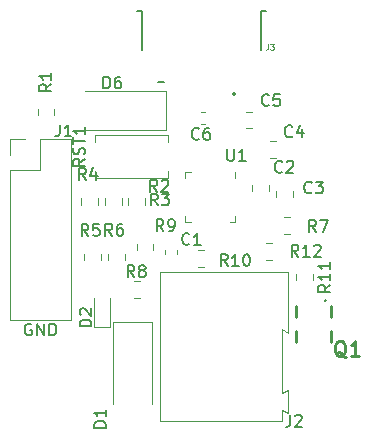
<source format=gbr>
G04 #@! TF.GenerationSoftware,KiCad,Pcbnew,(5.1.0)-1*
G04 #@! TF.CreationDate,2019-11-16T16:41:27+01:00*
G04 #@! TF.ProjectId,USBC_PowerDelivery,55534243-5f50-46f7-9765-7244656c6976,rev?*
G04 #@! TF.SameCoordinates,Original*
G04 #@! TF.FileFunction,Legend,Top*
G04 #@! TF.FilePolarity,Positive*
%FSLAX46Y46*%
G04 Gerber Fmt 4.6, Leading zero omitted, Abs format (unit mm)*
G04 Created by KiCad (PCBNEW (5.1.0)-1) date 2019-11-16 16:41:27*
%MOMM*%
%LPD*%
G04 APERTURE LIST*
%ADD10C,0.150000*%
%ADD11C,0.120000*%
%ADD12C,0.200000*%
%ADD13C,0.127000*%
%ADD14C,0.254000*%
%ADD15C,0.050000*%
G04 APERTURE END LIST*
D10*
X110848095Y-134780000D02*
X110752857Y-134732380D01*
X110610000Y-134732380D01*
X110467142Y-134780000D01*
X110371904Y-134875238D01*
X110324285Y-134970476D01*
X110276666Y-135160952D01*
X110276666Y-135303809D01*
X110324285Y-135494285D01*
X110371904Y-135589523D01*
X110467142Y-135684761D01*
X110610000Y-135732380D01*
X110705238Y-135732380D01*
X110848095Y-135684761D01*
X110895714Y-135637142D01*
X110895714Y-135303809D01*
X110705238Y-135303809D01*
X111324285Y-135732380D02*
X111324285Y-134732380D01*
X111895714Y-135732380D01*
X111895714Y-134732380D01*
X112371904Y-135732380D02*
X112371904Y-134732380D01*
X112610000Y-134732380D01*
X112752857Y-134780000D01*
X112848095Y-134875238D01*
X112895714Y-134970476D01*
X112943333Y-135160952D01*
X112943333Y-135303809D01*
X112895714Y-135494285D01*
X112848095Y-135589523D01*
X112752857Y-135684761D01*
X112610000Y-135732380D01*
X112371904Y-135732380D01*
D11*
X123200000Y-128812779D02*
X123200000Y-128487221D01*
X122180000Y-128812779D02*
X122180000Y-128487221D01*
D12*
X128100000Y-115295000D02*
G75*
G03X128100000Y-115295000I-100000J0D01*
G01*
D13*
X122050000Y-114295000D02*
X121550000Y-114295000D01*
X120200000Y-111600000D02*
X120200000Y-108250000D01*
X120200000Y-108250000D02*
X119800000Y-108250000D01*
X130300000Y-111600000D02*
X130300000Y-108250000D01*
X130300000Y-108250000D02*
X130700000Y-108250000D01*
D11*
X128110000Y-122365000D02*
X128110000Y-121890000D01*
X123890000Y-126110000D02*
X124365000Y-126110000D01*
X123890000Y-125635000D02*
X123890000Y-126110000D01*
X123890000Y-121890000D02*
X124365000Y-121890000D01*
X123890000Y-122365000D02*
X123890000Y-121890000D01*
X128110000Y-126110000D02*
X127635000Y-126110000D01*
X128110000Y-125635000D02*
X128110000Y-126110000D01*
X116260000Y-122440000D02*
X122460000Y-122440000D01*
X122460000Y-118740000D02*
X116260000Y-118740000D01*
X116260000Y-118740000D02*
X116260000Y-119390000D01*
X116260000Y-121790000D02*
X116260000Y-122440000D01*
X122460000Y-122440000D02*
X122460000Y-121790000D01*
X122460000Y-118740000D02*
X122460000Y-119390000D01*
X131258578Y-127890000D02*
X130741422Y-127890000D01*
X131258578Y-129310000D02*
X130741422Y-129310000D01*
X133290000Y-130553922D02*
X133290000Y-131071078D01*
X134710000Y-130553922D02*
X134710000Y-131071078D01*
X125458578Y-128490000D02*
X124941422Y-128490000D01*
X125458578Y-129910000D02*
X124941422Y-129910000D01*
X119770000Y-127971422D02*
X119770000Y-128488578D01*
X121190000Y-127971422D02*
X121190000Y-128488578D01*
X120088578Y-131130000D02*
X119571422Y-131130000D01*
X120088578Y-132550000D02*
X119571422Y-132550000D01*
X132721078Y-125690000D02*
X132203922Y-125690000D01*
X132721078Y-127110000D02*
X132203922Y-127110000D01*
X117320000Y-128861422D02*
X117320000Y-129378578D01*
X118740000Y-128861422D02*
X118740000Y-129378578D01*
X116750000Y-129378578D02*
X116750000Y-128861422D01*
X115330000Y-129378578D02*
X115330000Y-128861422D01*
X116490000Y-124648578D02*
X116490000Y-124131422D01*
X115070000Y-124648578D02*
X115070000Y-124131422D01*
X119060000Y-124131422D02*
X119060000Y-124648578D01*
X120480000Y-124131422D02*
X120480000Y-124648578D01*
X117070000Y-124131422D02*
X117070000Y-124648578D01*
X118490000Y-124131422D02*
X118490000Y-124648578D01*
X112790000Y-117038578D02*
X112790000Y-116521422D01*
X111370000Y-117038578D02*
X111370000Y-116521422D01*
D14*
X136250000Y-136250000D02*
X136250000Y-135350000D01*
X136250000Y-133250000D02*
X136250000Y-134150000D01*
X133250000Y-133250000D02*
X133250000Y-134150000D01*
X133250000Y-136250000D02*
X133250000Y-135350000D01*
X135753000Y-132783000D02*
G75*
G03X135753000Y-132783000I-27000J0D01*
G01*
D11*
X132600000Y-130400000D02*
X121750000Y-130400000D01*
X132600000Y-135500000D02*
X132600000Y-130400000D01*
X132100000Y-135200000D02*
X132600000Y-135500000D01*
X132100000Y-140600000D02*
X132100000Y-135200000D01*
X132600000Y-140350000D02*
X132100000Y-140600000D01*
X132600000Y-140400000D02*
X132600000Y-140350000D01*
X132600000Y-142300000D02*
X132600000Y-140400000D01*
X132100000Y-142050000D02*
X132600000Y-142300000D01*
X132100000Y-143000000D02*
X132100000Y-142050000D01*
X121750000Y-143000000D02*
X132100000Y-143000000D01*
X121750000Y-130400000D02*
X121750000Y-143000000D01*
X109000000Y-119100000D02*
X110330000Y-119100000D01*
X109000000Y-120430000D02*
X109000000Y-119100000D01*
X111600000Y-119100000D02*
X114200000Y-119100000D01*
X111600000Y-121700000D02*
X111600000Y-119100000D01*
X109000000Y-121700000D02*
X111600000Y-121700000D01*
X114200000Y-119100000D02*
X114200000Y-134460000D01*
X109000000Y-121700000D02*
X109000000Y-134460000D01*
X109000000Y-134460000D02*
X114200000Y-134460000D01*
X122290000Y-118310000D02*
X115390000Y-118310000D01*
X122290000Y-115010000D02*
X115390000Y-115010000D01*
X122290000Y-118310000D02*
X122290000Y-115010000D01*
X117545000Y-135005000D02*
X117545000Y-132520000D01*
X116175000Y-135005000D02*
X117545000Y-135005000D01*
X116175000Y-132520000D02*
X116175000Y-135005000D01*
X121050000Y-134600000D02*
X121050000Y-141500000D01*
X117750000Y-134600000D02*
X117750000Y-141500000D01*
X121050000Y-134600000D02*
X117750000Y-134600000D01*
X125562779Y-116790000D02*
X125237221Y-116790000D01*
X125562779Y-117810000D02*
X125237221Y-117810000D01*
X129041422Y-118210000D02*
X129558578Y-118210000D01*
X129041422Y-116790000D02*
X129558578Y-116790000D01*
X131041422Y-120710000D02*
X131558578Y-120710000D01*
X131041422Y-119290000D02*
X131558578Y-119290000D01*
X129540000Y-122991422D02*
X129540000Y-123508578D01*
X130960000Y-122991422D02*
X130960000Y-123508578D01*
X132960000Y-124008578D02*
X132960000Y-123491422D01*
X131540000Y-124008578D02*
X131540000Y-123491422D01*
D10*
X124233333Y-127977142D02*
X124185714Y-128024761D01*
X124042857Y-128072380D01*
X123947619Y-128072380D01*
X123804761Y-128024761D01*
X123709523Y-127929523D01*
X123661904Y-127834285D01*
X123614285Y-127643809D01*
X123614285Y-127500952D01*
X123661904Y-127310476D01*
X123709523Y-127215238D01*
X123804761Y-127120000D01*
X123947619Y-127072380D01*
X124042857Y-127072380D01*
X124185714Y-127120000D01*
X124233333Y-127167619D01*
X125185714Y-128072380D02*
X124614285Y-128072380D01*
X124900000Y-128072380D02*
X124900000Y-127072380D01*
X124804761Y-127215238D01*
X124709523Y-127310476D01*
X124614285Y-127358095D01*
D15*
X130889218Y-111060858D02*
X130889218Y-111405390D01*
X130866249Y-111474297D01*
X130820311Y-111520234D01*
X130751405Y-111543203D01*
X130705467Y-111543203D01*
X131072968Y-111060858D02*
X131371563Y-111060858D01*
X131210781Y-111244609D01*
X131279688Y-111244609D01*
X131325625Y-111267577D01*
X131348594Y-111290546D01*
X131371563Y-111336484D01*
X131371563Y-111451328D01*
X131348594Y-111497266D01*
X131325625Y-111520234D01*
X131279688Y-111543203D01*
X131141875Y-111543203D01*
X131095937Y-111520234D01*
X131072968Y-111497266D01*
D10*
X127438095Y-119952380D02*
X127438095Y-120761904D01*
X127485714Y-120857142D01*
X127533333Y-120904761D01*
X127628571Y-120952380D01*
X127819047Y-120952380D01*
X127914285Y-120904761D01*
X127961904Y-120857142D01*
X128009523Y-120761904D01*
X128009523Y-119952380D01*
X129009523Y-120952380D02*
X128438095Y-120952380D01*
X128723809Y-120952380D02*
X128723809Y-119952380D01*
X128628571Y-120095238D01*
X128533333Y-120190476D01*
X128438095Y-120238095D01*
X115392380Y-120773809D02*
X114916190Y-121107142D01*
X115392380Y-121345238D02*
X114392380Y-121345238D01*
X114392380Y-120964285D01*
X114440000Y-120869047D01*
X114487619Y-120821428D01*
X114582857Y-120773809D01*
X114725714Y-120773809D01*
X114820952Y-120821428D01*
X114868571Y-120869047D01*
X114916190Y-120964285D01*
X114916190Y-121345238D01*
X115344761Y-120392857D02*
X115392380Y-120250000D01*
X115392380Y-120011904D01*
X115344761Y-119916666D01*
X115297142Y-119869047D01*
X115201904Y-119821428D01*
X115106666Y-119821428D01*
X115011428Y-119869047D01*
X114963809Y-119916666D01*
X114916190Y-120011904D01*
X114868571Y-120202380D01*
X114820952Y-120297619D01*
X114773333Y-120345238D01*
X114678095Y-120392857D01*
X114582857Y-120392857D01*
X114487619Y-120345238D01*
X114440000Y-120297619D01*
X114392380Y-120202380D01*
X114392380Y-119964285D01*
X114440000Y-119821428D01*
X114392380Y-119535714D02*
X114392380Y-118964285D01*
X115392380Y-119250000D02*
X114392380Y-119250000D01*
X115392380Y-118107142D02*
X115392380Y-118678571D01*
X115392380Y-118392857D02*
X114392380Y-118392857D01*
X114535238Y-118488095D01*
X114630476Y-118583333D01*
X114678095Y-118678571D01*
X133457142Y-129052380D02*
X133123809Y-128576190D01*
X132885714Y-129052380D02*
X132885714Y-128052380D01*
X133266666Y-128052380D01*
X133361904Y-128100000D01*
X133409523Y-128147619D01*
X133457142Y-128242857D01*
X133457142Y-128385714D01*
X133409523Y-128480952D01*
X133361904Y-128528571D01*
X133266666Y-128576190D01*
X132885714Y-128576190D01*
X134409523Y-129052380D02*
X133838095Y-129052380D01*
X134123809Y-129052380D02*
X134123809Y-128052380D01*
X134028571Y-128195238D01*
X133933333Y-128290476D01*
X133838095Y-128338095D01*
X134790476Y-128147619D02*
X134838095Y-128100000D01*
X134933333Y-128052380D01*
X135171428Y-128052380D01*
X135266666Y-128100000D01*
X135314285Y-128147619D01*
X135361904Y-128242857D01*
X135361904Y-128338095D01*
X135314285Y-128480952D01*
X134742857Y-129052380D01*
X135361904Y-129052380D01*
X136152380Y-131442857D02*
X135676190Y-131776190D01*
X136152380Y-132014285D02*
X135152380Y-132014285D01*
X135152380Y-131633333D01*
X135200000Y-131538095D01*
X135247619Y-131490476D01*
X135342857Y-131442857D01*
X135485714Y-131442857D01*
X135580952Y-131490476D01*
X135628571Y-131538095D01*
X135676190Y-131633333D01*
X135676190Y-132014285D01*
X136152380Y-130490476D02*
X136152380Y-131061904D01*
X136152380Y-130776190D02*
X135152380Y-130776190D01*
X135295238Y-130871428D01*
X135390476Y-130966666D01*
X135438095Y-131061904D01*
X136152380Y-129538095D02*
X136152380Y-130109523D01*
X136152380Y-129823809D02*
X135152380Y-129823809D01*
X135295238Y-129919047D01*
X135390476Y-130014285D01*
X135438095Y-130109523D01*
X127457142Y-129852380D02*
X127123809Y-129376190D01*
X126885714Y-129852380D02*
X126885714Y-128852380D01*
X127266666Y-128852380D01*
X127361904Y-128900000D01*
X127409523Y-128947619D01*
X127457142Y-129042857D01*
X127457142Y-129185714D01*
X127409523Y-129280952D01*
X127361904Y-129328571D01*
X127266666Y-129376190D01*
X126885714Y-129376190D01*
X128409523Y-129852380D02*
X127838095Y-129852380D01*
X128123809Y-129852380D02*
X128123809Y-128852380D01*
X128028571Y-128995238D01*
X127933333Y-129090476D01*
X127838095Y-129138095D01*
X129028571Y-128852380D02*
X129123809Y-128852380D01*
X129219047Y-128900000D01*
X129266666Y-128947619D01*
X129314285Y-129042857D01*
X129361904Y-129233333D01*
X129361904Y-129471428D01*
X129314285Y-129661904D01*
X129266666Y-129757142D01*
X129219047Y-129804761D01*
X129123809Y-129852380D01*
X129028571Y-129852380D01*
X128933333Y-129804761D01*
X128885714Y-129757142D01*
X128838095Y-129661904D01*
X128790476Y-129471428D01*
X128790476Y-129233333D01*
X128838095Y-129042857D01*
X128885714Y-128947619D01*
X128933333Y-128900000D01*
X129028571Y-128852380D01*
X122033333Y-126902380D02*
X121700000Y-126426190D01*
X121461904Y-126902380D02*
X121461904Y-125902380D01*
X121842857Y-125902380D01*
X121938095Y-125950000D01*
X121985714Y-125997619D01*
X122033333Y-126092857D01*
X122033333Y-126235714D01*
X121985714Y-126330952D01*
X121938095Y-126378571D01*
X121842857Y-126426190D01*
X121461904Y-126426190D01*
X122509523Y-126902380D02*
X122700000Y-126902380D01*
X122795238Y-126854761D01*
X122842857Y-126807142D01*
X122938095Y-126664285D01*
X122985714Y-126473809D01*
X122985714Y-126092857D01*
X122938095Y-125997619D01*
X122890476Y-125950000D01*
X122795238Y-125902380D01*
X122604761Y-125902380D01*
X122509523Y-125950000D01*
X122461904Y-125997619D01*
X122414285Y-126092857D01*
X122414285Y-126330952D01*
X122461904Y-126426190D01*
X122509523Y-126473809D01*
X122604761Y-126521428D01*
X122795238Y-126521428D01*
X122890476Y-126473809D01*
X122938095Y-126426190D01*
X122985714Y-126330952D01*
X119563333Y-130792380D02*
X119230000Y-130316190D01*
X118991904Y-130792380D02*
X118991904Y-129792380D01*
X119372857Y-129792380D01*
X119468095Y-129840000D01*
X119515714Y-129887619D01*
X119563333Y-129982857D01*
X119563333Y-130125714D01*
X119515714Y-130220952D01*
X119468095Y-130268571D01*
X119372857Y-130316190D01*
X118991904Y-130316190D01*
X120134761Y-130220952D02*
X120039523Y-130173333D01*
X119991904Y-130125714D01*
X119944285Y-130030476D01*
X119944285Y-129982857D01*
X119991904Y-129887619D01*
X120039523Y-129840000D01*
X120134761Y-129792380D01*
X120325238Y-129792380D01*
X120420476Y-129840000D01*
X120468095Y-129887619D01*
X120515714Y-129982857D01*
X120515714Y-130030476D01*
X120468095Y-130125714D01*
X120420476Y-130173333D01*
X120325238Y-130220952D01*
X120134761Y-130220952D01*
X120039523Y-130268571D01*
X119991904Y-130316190D01*
X119944285Y-130411428D01*
X119944285Y-130601904D01*
X119991904Y-130697142D01*
X120039523Y-130744761D01*
X120134761Y-130792380D01*
X120325238Y-130792380D01*
X120420476Y-130744761D01*
X120468095Y-130697142D01*
X120515714Y-130601904D01*
X120515714Y-130411428D01*
X120468095Y-130316190D01*
X120420476Y-130268571D01*
X120325238Y-130220952D01*
X134933333Y-126952380D02*
X134600000Y-126476190D01*
X134361904Y-126952380D02*
X134361904Y-125952380D01*
X134742857Y-125952380D01*
X134838095Y-126000000D01*
X134885714Y-126047619D01*
X134933333Y-126142857D01*
X134933333Y-126285714D01*
X134885714Y-126380952D01*
X134838095Y-126428571D01*
X134742857Y-126476190D01*
X134361904Y-126476190D01*
X135266666Y-125952380D02*
X135933333Y-125952380D01*
X135504761Y-126952380D01*
X117683333Y-127272380D02*
X117350000Y-126796190D01*
X117111904Y-127272380D02*
X117111904Y-126272380D01*
X117492857Y-126272380D01*
X117588095Y-126320000D01*
X117635714Y-126367619D01*
X117683333Y-126462857D01*
X117683333Y-126605714D01*
X117635714Y-126700952D01*
X117588095Y-126748571D01*
X117492857Y-126796190D01*
X117111904Y-126796190D01*
X118540476Y-126272380D02*
X118350000Y-126272380D01*
X118254761Y-126320000D01*
X118207142Y-126367619D01*
X118111904Y-126510476D01*
X118064285Y-126700952D01*
X118064285Y-127081904D01*
X118111904Y-127177142D01*
X118159523Y-127224761D01*
X118254761Y-127272380D01*
X118445238Y-127272380D01*
X118540476Y-127224761D01*
X118588095Y-127177142D01*
X118635714Y-127081904D01*
X118635714Y-126843809D01*
X118588095Y-126748571D01*
X118540476Y-126700952D01*
X118445238Y-126653333D01*
X118254761Y-126653333D01*
X118159523Y-126700952D01*
X118111904Y-126748571D01*
X118064285Y-126843809D01*
X115673333Y-127292380D02*
X115340000Y-126816190D01*
X115101904Y-127292380D02*
X115101904Y-126292380D01*
X115482857Y-126292380D01*
X115578095Y-126340000D01*
X115625714Y-126387619D01*
X115673333Y-126482857D01*
X115673333Y-126625714D01*
X115625714Y-126720952D01*
X115578095Y-126768571D01*
X115482857Y-126816190D01*
X115101904Y-126816190D01*
X116578095Y-126292380D02*
X116101904Y-126292380D01*
X116054285Y-126768571D01*
X116101904Y-126720952D01*
X116197142Y-126673333D01*
X116435238Y-126673333D01*
X116530476Y-126720952D01*
X116578095Y-126768571D01*
X116625714Y-126863809D01*
X116625714Y-127101904D01*
X116578095Y-127197142D01*
X116530476Y-127244761D01*
X116435238Y-127292380D01*
X116197142Y-127292380D01*
X116101904Y-127244761D01*
X116054285Y-127197142D01*
X115463333Y-122552380D02*
X115130000Y-122076190D01*
X114891904Y-122552380D02*
X114891904Y-121552380D01*
X115272857Y-121552380D01*
X115368095Y-121600000D01*
X115415714Y-121647619D01*
X115463333Y-121742857D01*
X115463333Y-121885714D01*
X115415714Y-121980952D01*
X115368095Y-122028571D01*
X115272857Y-122076190D01*
X114891904Y-122076190D01*
X116320476Y-121885714D02*
X116320476Y-122552380D01*
X116082380Y-121504761D02*
X115844285Y-122219047D01*
X116463333Y-122219047D01*
X121543333Y-124722380D02*
X121210000Y-124246190D01*
X120971904Y-124722380D02*
X120971904Y-123722380D01*
X121352857Y-123722380D01*
X121448095Y-123770000D01*
X121495714Y-123817619D01*
X121543333Y-123912857D01*
X121543333Y-124055714D01*
X121495714Y-124150952D01*
X121448095Y-124198571D01*
X121352857Y-124246190D01*
X120971904Y-124246190D01*
X121876666Y-123722380D02*
X122495714Y-123722380D01*
X122162380Y-124103333D01*
X122305238Y-124103333D01*
X122400476Y-124150952D01*
X122448095Y-124198571D01*
X122495714Y-124293809D01*
X122495714Y-124531904D01*
X122448095Y-124627142D01*
X122400476Y-124674761D01*
X122305238Y-124722380D01*
X122019523Y-124722380D01*
X121924285Y-124674761D01*
X121876666Y-124627142D01*
X121503333Y-123552380D02*
X121170000Y-123076190D01*
X120931904Y-123552380D02*
X120931904Y-122552380D01*
X121312857Y-122552380D01*
X121408095Y-122600000D01*
X121455714Y-122647619D01*
X121503333Y-122742857D01*
X121503333Y-122885714D01*
X121455714Y-122980952D01*
X121408095Y-123028571D01*
X121312857Y-123076190D01*
X120931904Y-123076190D01*
X121884285Y-122647619D02*
X121931904Y-122600000D01*
X122027142Y-122552380D01*
X122265238Y-122552380D01*
X122360476Y-122600000D01*
X122408095Y-122647619D01*
X122455714Y-122742857D01*
X122455714Y-122838095D01*
X122408095Y-122980952D01*
X121836666Y-123552380D01*
X122455714Y-123552380D01*
X112532380Y-114446666D02*
X112056190Y-114780000D01*
X112532380Y-115018095D02*
X111532380Y-115018095D01*
X111532380Y-114637142D01*
X111580000Y-114541904D01*
X111627619Y-114494285D01*
X111722857Y-114446666D01*
X111865714Y-114446666D01*
X111960952Y-114494285D01*
X112008571Y-114541904D01*
X112056190Y-114637142D01*
X112056190Y-115018095D01*
X112532380Y-113494285D02*
X112532380Y-114065714D01*
X112532380Y-113780000D02*
X111532380Y-113780000D01*
X111675238Y-113875238D01*
X111770476Y-113970476D01*
X111818095Y-114065714D01*
D14*
X137479047Y-137595476D02*
X137358095Y-137535000D01*
X137237142Y-137414047D01*
X137055714Y-137232619D01*
X136934761Y-137172142D01*
X136813809Y-137172142D01*
X136874285Y-137474523D02*
X136753333Y-137414047D01*
X136632380Y-137293095D01*
X136571904Y-137051190D01*
X136571904Y-136627857D01*
X136632380Y-136385952D01*
X136753333Y-136265000D01*
X136874285Y-136204523D01*
X137116190Y-136204523D01*
X137237142Y-136265000D01*
X137358095Y-136385952D01*
X137418571Y-136627857D01*
X137418571Y-137051190D01*
X137358095Y-137293095D01*
X137237142Y-137414047D01*
X137116190Y-137474523D01*
X136874285Y-137474523D01*
X138628095Y-137474523D02*
X137902380Y-137474523D01*
X138265238Y-137474523D02*
X138265238Y-136204523D01*
X138144285Y-136385952D01*
X138023333Y-136506904D01*
X137902380Y-136567380D01*
D10*
X132766666Y-142452380D02*
X132766666Y-143166666D01*
X132719047Y-143309523D01*
X132623809Y-143404761D01*
X132480952Y-143452380D01*
X132385714Y-143452380D01*
X133195238Y-142547619D02*
X133242857Y-142500000D01*
X133338095Y-142452380D01*
X133576190Y-142452380D01*
X133671428Y-142500000D01*
X133719047Y-142547619D01*
X133766666Y-142642857D01*
X133766666Y-142738095D01*
X133719047Y-142880952D01*
X133147619Y-143452380D01*
X133766666Y-143452380D01*
X113236666Y-117882380D02*
X113236666Y-118596666D01*
X113189047Y-118739523D01*
X113093809Y-118834761D01*
X112950952Y-118882380D01*
X112855714Y-118882380D01*
X114236666Y-118882380D02*
X113665238Y-118882380D01*
X113950952Y-118882380D02*
X113950952Y-117882380D01*
X113855714Y-118025238D01*
X113760476Y-118120476D01*
X113665238Y-118168095D01*
X116951904Y-114812380D02*
X116951904Y-113812380D01*
X117190000Y-113812380D01*
X117332857Y-113860000D01*
X117428095Y-113955238D01*
X117475714Y-114050476D01*
X117523333Y-114240952D01*
X117523333Y-114383809D01*
X117475714Y-114574285D01*
X117428095Y-114669523D01*
X117332857Y-114764761D01*
X117190000Y-114812380D01*
X116951904Y-114812380D01*
X118380476Y-113812380D02*
X118190000Y-113812380D01*
X118094761Y-113860000D01*
X118047142Y-113907619D01*
X117951904Y-114050476D01*
X117904285Y-114240952D01*
X117904285Y-114621904D01*
X117951904Y-114717142D01*
X117999523Y-114764761D01*
X118094761Y-114812380D01*
X118285238Y-114812380D01*
X118380476Y-114764761D01*
X118428095Y-114717142D01*
X118475714Y-114621904D01*
X118475714Y-114383809D01*
X118428095Y-114288571D01*
X118380476Y-114240952D01*
X118285238Y-114193333D01*
X118094761Y-114193333D01*
X117999523Y-114240952D01*
X117951904Y-114288571D01*
X117904285Y-114383809D01*
X115932380Y-134958095D02*
X114932380Y-134958095D01*
X114932380Y-134720000D01*
X114980000Y-134577142D01*
X115075238Y-134481904D01*
X115170476Y-134434285D01*
X115360952Y-134386666D01*
X115503809Y-134386666D01*
X115694285Y-134434285D01*
X115789523Y-134481904D01*
X115884761Y-134577142D01*
X115932380Y-134720000D01*
X115932380Y-134958095D01*
X115027619Y-134005714D02*
X114980000Y-133958095D01*
X114932380Y-133862857D01*
X114932380Y-133624761D01*
X114980000Y-133529523D01*
X115027619Y-133481904D01*
X115122857Y-133434285D01*
X115218095Y-133434285D01*
X115360952Y-133481904D01*
X115932380Y-134053333D01*
X115932380Y-133434285D01*
X117152380Y-143538095D02*
X116152380Y-143538095D01*
X116152380Y-143300000D01*
X116200000Y-143157142D01*
X116295238Y-143061904D01*
X116390476Y-143014285D01*
X116580952Y-142966666D01*
X116723809Y-142966666D01*
X116914285Y-143014285D01*
X117009523Y-143061904D01*
X117104761Y-143157142D01*
X117152380Y-143300000D01*
X117152380Y-143538095D01*
X117152380Y-142014285D02*
X117152380Y-142585714D01*
X117152380Y-142300000D02*
X116152380Y-142300000D01*
X116295238Y-142395238D01*
X116390476Y-142490476D01*
X116438095Y-142585714D01*
X125033333Y-119057142D02*
X124985714Y-119104761D01*
X124842857Y-119152380D01*
X124747619Y-119152380D01*
X124604761Y-119104761D01*
X124509523Y-119009523D01*
X124461904Y-118914285D01*
X124414285Y-118723809D01*
X124414285Y-118580952D01*
X124461904Y-118390476D01*
X124509523Y-118295238D01*
X124604761Y-118200000D01*
X124747619Y-118152380D01*
X124842857Y-118152380D01*
X124985714Y-118200000D01*
X125033333Y-118247619D01*
X125890476Y-118152380D02*
X125700000Y-118152380D01*
X125604761Y-118200000D01*
X125557142Y-118247619D01*
X125461904Y-118390476D01*
X125414285Y-118580952D01*
X125414285Y-118961904D01*
X125461904Y-119057142D01*
X125509523Y-119104761D01*
X125604761Y-119152380D01*
X125795238Y-119152380D01*
X125890476Y-119104761D01*
X125938095Y-119057142D01*
X125985714Y-118961904D01*
X125985714Y-118723809D01*
X125938095Y-118628571D01*
X125890476Y-118580952D01*
X125795238Y-118533333D01*
X125604761Y-118533333D01*
X125509523Y-118580952D01*
X125461904Y-118628571D01*
X125414285Y-118723809D01*
X130958333Y-116207142D02*
X130910714Y-116254761D01*
X130767857Y-116302380D01*
X130672619Y-116302380D01*
X130529761Y-116254761D01*
X130434523Y-116159523D01*
X130386904Y-116064285D01*
X130339285Y-115873809D01*
X130339285Y-115730952D01*
X130386904Y-115540476D01*
X130434523Y-115445238D01*
X130529761Y-115350000D01*
X130672619Y-115302380D01*
X130767857Y-115302380D01*
X130910714Y-115350000D01*
X130958333Y-115397619D01*
X131863095Y-115302380D02*
X131386904Y-115302380D01*
X131339285Y-115778571D01*
X131386904Y-115730952D01*
X131482142Y-115683333D01*
X131720238Y-115683333D01*
X131815476Y-115730952D01*
X131863095Y-115778571D01*
X131910714Y-115873809D01*
X131910714Y-116111904D01*
X131863095Y-116207142D01*
X131815476Y-116254761D01*
X131720238Y-116302380D01*
X131482142Y-116302380D01*
X131386904Y-116254761D01*
X131339285Y-116207142D01*
X132933333Y-118857142D02*
X132885714Y-118904761D01*
X132742857Y-118952380D01*
X132647619Y-118952380D01*
X132504761Y-118904761D01*
X132409523Y-118809523D01*
X132361904Y-118714285D01*
X132314285Y-118523809D01*
X132314285Y-118380952D01*
X132361904Y-118190476D01*
X132409523Y-118095238D01*
X132504761Y-118000000D01*
X132647619Y-117952380D01*
X132742857Y-117952380D01*
X132885714Y-118000000D01*
X132933333Y-118047619D01*
X133790476Y-118285714D02*
X133790476Y-118952380D01*
X133552380Y-117904761D02*
X133314285Y-118619047D01*
X133933333Y-118619047D01*
X134583333Y-123607142D02*
X134535714Y-123654761D01*
X134392857Y-123702380D01*
X134297619Y-123702380D01*
X134154761Y-123654761D01*
X134059523Y-123559523D01*
X134011904Y-123464285D01*
X133964285Y-123273809D01*
X133964285Y-123130952D01*
X134011904Y-122940476D01*
X134059523Y-122845238D01*
X134154761Y-122750000D01*
X134297619Y-122702380D01*
X134392857Y-122702380D01*
X134535714Y-122750000D01*
X134583333Y-122797619D01*
X134916666Y-122702380D02*
X135535714Y-122702380D01*
X135202380Y-123083333D01*
X135345238Y-123083333D01*
X135440476Y-123130952D01*
X135488095Y-123178571D01*
X135535714Y-123273809D01*
X135535714Y-123511904D01*
X135488095Y-123607142D01*
X135440476Y-123654761D01*
X135345238Y-123702380D01*
X135059523Y-123702380D01*
X134964285Y-123654761D01*
X134916666Y-123607142D01*
X132083333Y-121857142D02*
X132035714Y-121904761D01*
X131892857Y-121952380D01*
X131797619Y-121952380D01*
X131654761Y-121904761D01*
X131559523Y-121809523D01*
X131511904Y-121714285D01*
X131464285Y-121523809D01*
X131464285Y-121380952D01*
X131511904Y-121190476D01*
X131559523Y-121095238D01*
X131654761Y-121000000D01*
X131797619Y-120952380D01*
X131892857Y-120952380D01*
X132035714Y-121000000D01*
X132083333Y-121047619D01*
X132464285Y-121047619D02*
X132511904Y-121000000D01*
X132607142Y-120952380D01*
X132845238Y-120952380D01*
X132940476Y-121000000D01*
X132988095Y-121047619D01*
X133035714Y-121142857D01*
X133035714Y-121238095D01*
X132988095Y-121380952D01*
X132416666Y-121952380D01*
X133035714Y-121952380D01*
M02*

</source>
